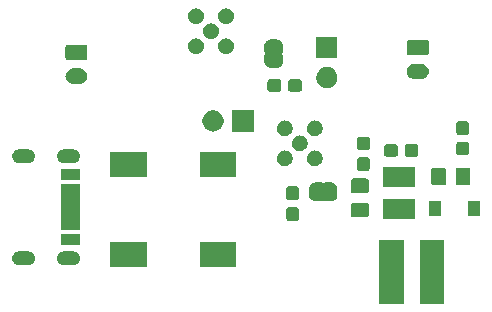
<source format=gts>
G04 #@! TF.GenerationSoftware,KiCad,Pcbnew,(5.1.5-0)*
G04 #@! TF.CreationDate,2022-02-08T08:58:47-07:00*
G04 #@! TF.ProjectId,TPS61165-heater-v2,54505336-3131-4363-952d-686561746572,rev?*
G04 #@! TF.SameCoordinates,Original*
G04 #@! TF.FileFunction,Soldermask,Top*
G04 #@! TF.FilePolarity,Negative*
%FSLAX46Y46*%
G04 Gerber Fmt 4.6, Leading zero omitted, Abs format (unit mm)*
G04 Created by KiCad (PCBNEW (5.1.5-0)) date 2022-02-08 08:58:47*
%MOMM*%
%LPD*%
G04 APERTURE LIST*
%ADD10C,0.100000*%
G04 APERTURE END LIST*
D10*
G36*
X154051000Y-89201000D02*
G01*
X151949000Y-89201000D01*
X151949000Y-83799000D01*
X154051000Y-83799000D01*
X154051000Y-89201000D01*
G37*
G36*
X150651000Y-89201000D02*
G01*
X148549000Y-89201000D01*
X148549000Y-83799000D01*
X150651000Y-83799000D01*
X150651000Y-89201000D01*
G37*
G36*
X128851000Y-86061000D02*
G01*
X125749000Y-86061000D01*
X125749000Y-83959000D01*
X128851000Y-83959000D01*
X128851000Y-86061000D01*
G37*
G36*
X136451000Y-86061000D02*
G01*
X133349000Y-86061000D01*
X133349000Y-83959000D01*
X136451000Y-83959000D01*
X136451000Y-86061000D01*
G37*
G36*
X118892818Y-84727696D02*
G01*
X119006105Y-84762062D01*
X119110512Y-84817869D01*
X119202027Y-84892973D01*
X119277131Y-84984488D01*
X119332938Y-85088895D01*
X119367304Y-85202182D01*
X119378907Y-85320000D01*
X119367304Y-85437818D01*
X119332938Y-85551105D01*
X119277131Y-85655512D01*
X119202027Y-85747027D01*
X119110512Y-85822131D01*
X119006105Y-85877938D01*
X118892818Y-85912304D01*
X118804519Y-85921000D01*
X118045481Y-85921000D01*
X117957182Y-85912304D01*
X117843895Y-85877938D01*
X117739488Y-85822131D01*
X117647973Y-85747027D01*
X117572869Y-85655512D01*
X117517062Y-85551105D01*
X117482696Y-85437818D01*
X117471093Y-85320000D01*
X117482696Y-85202182D01*
X117517062Y-85088895D01*
X117572869Y-84984488D01*
X117647973Y-84892973D01*
X117739488Y-84817869D01*
X117843895Y-84762062D01*
X117957182Y-84727696D01*
X118045481Y-84719000D01*
X118804519Y-84719000D01*
X118892818Y-84727696D01*
G37*
G36*
X122692818Y-84727696D02*
G01*
X122806105Y-84762062D01*
X122910512Y-84817869D01*
X123002027Y-84892973D01*
X123077131Y-84984488D01*
X123132938Y-85088895D01*
X123167304Y-85202182D01*
X123178907Y-85320000D01*
X123167304Y-85437818D01*
X123132938Y-85551105D01*
X123077131Y-85655512D01*
X123002027Y-85747027D01*
X122910512Y-85822131D01*
X122806105Y-85877938D01*
X122692818Y-85912304D01*
X122604519Y-85921000D01*
X121845481Y-85921000D01*
X121757182Y-85912304D01*
X121643895Y-85877938D01*
X121539488Y-85822131D01*
X121447973Y-85747027D01*
X121372869Y-85655512D01*
X121317062Y-85551105D01*
X121282696Y-85437818D01*
X121271093Y-85320000D01*
X121282696Y-85202182D01*
X121317062Y-85088895D01*
X121372869Y-84984488D01*
X121447973Y-84892973D01*
X121539488Y-84817869D01*
X121643895Y-84762062D01*
X121757182Y-84727696D01*
X121845481Y-84719000D01*
X122604519Y-84719000D01*
X122692818Y-84727696D01*
G37*
G36*
X123176000Y-84201000D02*
G01*
X121574000Y-84201000D01*
X121574000Y-83299000D01*
X123176000Y-83299000D01*
X123176000Y-84201000D01*
G37*
G36*
X123176000Y-82951000D02*
G01*
X121574000Y-82951000D01*
X121574000Y-79049000D01*
X123176000Y-79049000D01*
X123176000Y-82951000D01*
G37*
G36*
X141564499Y-81003445D02*
G01*
X141601995Y-81014820D01*
X141636554Y-81033292D01*
X141666847Y-81058153D01*
X141691708Y-81088446D01*
X141710180Y-81123005D01*
X141721555Y-81160501D01*
X141726000Y-81205638D01*
X141726000Y-81944362D01*
X141721555Y-81989499D01*
X141710180Y-82026995D01*
X141691708Y-82061554D01*
X141666847Y-82091847D01*
X141636554Y-82116708D01*
X141601995Y-82135180D01*
X141564499Y-82146555D01*
X141519362Y-82151000D01*
X140880638Y-82151000D01*
X140835501Y-82146555D01*
X140798005Y-82135180D01*
X140763446Y-82116708D01*
X140733153Y-82091847D01*
X140708292Y-82061554D01*
X140689820Y-82026995D01*
X140678445Y-81989499D01*
X140674000Y-81944362D01*
X140674000Y-81205638D01*
X140678445Y-81160501D01*
X140689820Y-81123005D01*
X140708292Y-81088446D01*
X140733153Y-81058153D01*
X140763446Y-81033292D01*
X140798005Y-81014820D01*
X140835501Y-81003445D01*
X140880638Y-80999000D01*
X141519362Y-80999000D01*
X141564499Y-81003445D01*
G37*
G36*
X151526000Y-81981000D02*
G01*
X148874000Y-81981000D01*
X148874000Y-80319000D01*
X151526000Y-80319000D01*
X151526000Y-81981000D01*
G37*
G36*
X147488674Y-80628465D02*
G01*
X147526367Y-80639899D01*
X147561103Y-80658466D01*
X147591548Y-80683452D01*
X147616534Y-80713897D01*
X147635101Y-80748633D01*
X147646535Y-80786326D01*
X147651000Y-80831661D01*
X147651000Y-81668339D01*
X147646535Y-81713674D01*
X147635101Y-81751367D01*
X147616534Y-81786103D01*
X147591548Y-81816548D01*
X147561103Y-81841534D01*
X147526367Y-81860101D01*
X147488674Y-81871535D01*
X147443339Y-81876000D01*
X146356661Y-81876000D01*
X146311326Y-81871535D01*
X146273633Y-81860101D01*
X146238897Y-81841534D01*
X146208452Y-81816548D01*
X146183466Y-81786103D01*
X146164899Y-81751367D01*
X146153465Y-81713674D01*
X146149000Y-81668339D01*
X146149000Y-80831661D01*
X146153465Y-80786326D01*
X146164899Y-80748633D01*
X146183466Y-80713897D01*
X146208452Y-80683452D01*
X146238897Y-80658466D01*
X146273633Y-80639899D01*
X146311326Y-80628465D01*
X146356661Y-80624000D01*
X147443339Y-80624000D01*
X147488674Y-80628465D01*
G37*
G36*
X153751000Y-81751000D02*
G01*
X152749000Y-81751000D01*
X152749000Y-80449000D01*
X153751000Y-80449000D01*
X153751000Y-81751000D01*
G37*
G36*
X157051000Y-81751000D02*
G01*
X156049000Y-81751000D01*
X156049000Y-80449000D01*
X157051000Y-80449000D01*
X157051000Y-81751000D01*
G37*
G36*
X143659999Y-78899737D02*
G01*
X143669608Y-78902652D01*
X143678472Y-78907390D01*
X143686237Y-78913763D01*
X143696448Y-78926206D01*
X143703378Y-78936575D01*
X143720705Y-78953902D01*
X143741080Y-78967515D01*
X143763720Y-78976891D01*
X143787753Y-78981671D01*
X143812257Y-78981670D01*
X143836290Y-78976888D01*
X143858929Y-78967510D01*
X143879302Y-78953895D01*
X143896629Y-78936568D01*
X143903558Y-78926198D01*
X143913763Y-78913763D01*
X143921528Y-78907390D01*
X143930392Y-78902652D01*
X143940001Y-78899737D01*
X143956140Y-78898148D01*
X144443861Y-78898148D01*
X144462199Y-78899954D01*
X144474450Y-78900556D01*
X144492869Y-78900556D01*
X144515149Y-78902750D01*
X144599233Y-78919476D01*
X144620660Y-78925976D01*
X144699858Y-78958780D01*
X144705303Y-78961691D01*
X144705309Y-78961693D01*
X144714169Y-78966429D01*
X144714173Y-78966432D01*
X144719614Y-78969340D01*
X144790899Y-79016971D01*
X144808204Y-79031172D01*
X144868828Y-79091796D01*
X144883029Y-79109101D01*
X144930660Y-79180386D01*
X144933568Y-79185827D01*
X144933571Y-79185831D01*
X144938307Y-79194691D01*
X144938309Y-79194697D01*
X144941220Y-79200142D01*
X144974024Y-79279340D01*
X144980524Y-79300767D01*
X144997250Y-79384851D01*
X144999444Y-79407131D01*
X144999444Y-79425550D01*
X145000046Y-79437801D01*
X145001852Y-79456139D01*
X145001852Y-79943862D01*
X145000046Y-79962199D01*
X144999444Y-79974450D01*
X144999444Y-79992869D01*
X144997250Y-80015149D01*
X144980524Y-80099233D01*
X144974024Y-80120660D01*
X144941220Y-80199858D01*
X144938309Y-80205303D01*
X144938307Y-80205309D01*
X144933571Y-80214169D01*
X144933568Y-80214173D01*
X144930660Y-80219614D01*
X144883029Y-80290899D01*
X144868828Y-80308204D01*
X144808204Y-80368828D01*
X144790899Y-80383029D01*
X144719614Y-80430660D01*
X144714173Y-80433568D01*
X144714169Y-80433571D01*
X144705309Y-80438307D01*
X144705303Y-80438309D01*
X144699858Y-80441220D01*
X144620660Y-80474024D01*
X144599233Y-80480524D01*
X144515149Y-80497250D01*
X144492869Y-80499444D01*
X144474450Y-80499444D01*
X144462199Y-80500046D01*
X144443862Y-80501852D01*
X143956140Y-80501852D01*
X143940001Y-80500263D01*
X143930392Y-80497348D01*
X143921528Y-80492610D01*
X143913763Y-80486237D01*
X143903552Y-80473794D01*
X143896622Y-80463425D01*
X143879295Y-80446098D01*
X143858920Y-80432485D01*
X143836280Y-80423109D01*
X143812247Y-80418329D01*
X143787743Y-80418330D01*
X143763710Y-80423112D01*
X143741071Y-80432490D01*
X143720698Y-80446105D01*
X143703371Y-80463432D01*
X143696442Y-80473802D01*
X143686237Y-80486237D01*
X143678472Y-80492610D01*
X143669608Y-80497348D01*
X143659999Y-80500263D01*
X143643860Y-80501852D01*
X143156138Y-80501852D01*
X143137801Y-80500046D01*
X143125550Y-80499444D01*
X143107131Y-80499444D01*
X143084851Y-80497250D01*
X143000767Y-80480524D01*
X142979340Y-80474024D01*
X142900142Y-80441220D01*
X142894697Y-80438309D01*
X142894691Y-80438307D01*
X142885831Y-80433571D01*
X142885827Y-80433568D01*
X142880386Y-80430660D01*
X142809101Y-80383029D01*
X142791796Y-80368828D01*
X142731172Y-80308204D01*
X142716971Y-80290899D01*
X142669340Y-80219614D01*
X142666432Y-80214173D01*
X142666429Y-80214169D01*
X142661693Y-80205309D01*
X142661691Y-80205303D01*
X142658780Y-80199858D01*
X142625976Y-80120660D01*
X142619476Y-80099233D01*
X142602750Y-80015149D01*
X142600556Y-79992869D01*
X142600556Y-79974450D01*
X142599954Y-79962199D01*
X142598148Y-79943862D01*
X142598148Y-79456139D01*
X142599954Y-79437801D01*
X142600556Y-79425550D01*
X142600556Y-79407131D01*
X142602750Y-79384851D01*
X142619476Y-79300767D01*
X142625976Y-79279340D01*
X142658780Y-79200142D01*
X142661691Y-79194697D01*
X142661693Y-79194691D01*
X142666429Y-79185831D01*
X142666432Y-79185827D01*
X142669340Y-79180386D01*
X142716971Y-79109101D01*
X142731172Y-79091796D01*
X142791796Y-79031172D01*
X142809101Y-79016971D01*
X142880386Y-78969340D01*
X142885827Y-78966432D01*
X142885831Y-78966429D01*
X142894691Y-78961693D01*
X142894697Y-78961691D01*
X142900142Y-78958780D01*
X142979340Y-78925976D01*
X143000767Y-78919476D01*
X143084851Y-78902750D01*
X143107131Y-78900556D01*
X143125550Y-78900556D01*
X143137801Y-78899954D01*
X143156139Y-78898148D01*
X143643860Y-78898148D01*
X143659999Y-78899737D01*
G37*
G36*
X141564499Y-79253445D02*
G01*
X141601995Y-79264820D01*
X141636554Y-79283292D01*
X141666847Y-79308153D01*
X141691708Y-79338446D01*
X141710180Y-79373005D01*
X141721555Y-79410501D01*
X141726000Y-79455638D01*
X141726000Y-80194362D01*
X141721555Y-80239499D01*
X141710180Y-80276995D01*
X141691708Y-80311554D01*
X141666847Y-80341847D01*
X141636554Y-80366708D01*
X141601995Y-80385180D01*
X141564499Y-80396555D01*
X141519362Y-80401000D01*
X140880638Y-80401000D01*
X140835501Y-80396555D01*
X140798005Y-80385180D01*
X140763446Y-80366708D01*
X140733153Y-80341847D01*
X140708292Y-80311554D01*
X140689820Y-80276995D01*
X140678445Y-80239499D01*
X140674000Y-80194362D01*
X140674000Y-79455638D01*
X140678445Y-79410501D01*
X140689820Y-79373005D01*
X140708292Y-79338446D01*
X140733153Y-79308153D01*
X140763446Y-79283292D01*
X140798005Y-79264820D01*
X140835501Y-79253445D01*
X140880638Y-79249000D01*
X141519362Y-79249000D01*
X141564499Y-79253445D01*
G37*
G36*
X147488674Y-78578465D02*
G01*
X147526367Y-78589899D01*
X147561103Y-78608466D01*
X147591548Y-78633452D01*
X147616534Y-78663897D01*
X147635101Y-78698633D01*
X147646535Y-78736326D01*
X147651000Y-78781661D01*
X147651000Y-79618339D01*
X147646535Y-79663674D01*
X147635101Y-79701367D01*
X147616534Y-79736103D01*
X147591548Y-79766548D01*
X147561103Y-79791534D01*
X147526367Y-79810101D01*
X147488674Y-79821535D01*
X147443339Y-79826000D01*
X146356661Y-79826000D01*
X146311326Y-79821535D01*
X146273633Y-79810101D01*
X146238897Y-79791534D01*
X146208452Y-79766548D01*
X146183466Y-79736103D01*
X146164899Y-79701367D01*
X146153465Y-79663674D01*
X146149000Y-79618339D01*
X146149000Y-78781661D01*
X146153465Y-78736326D01*
X146164899Y-78698633D01*
X146183466Y-78663897D01*
X146208452Y-78633452D01*
X146238897Y-78608466D01*
X146273633Y-78589899D01*
X146311326Y-78578465D01*
X146356661Y-78574000D01*
X147443339Y-78574000D01*
X147488674Y-78578465D01*
G37*
G36*
X151526000Y-79281000D02*
G01*
X148874000Y-79281000D01*
X148874000Y-77619000D01*
X151526000Y-77619000D01*
X151526000Y-79281000D01*
G37*
G36*
X154038674Y-77653465D02*
G01*
X154076367Y-77664899D01*
X154111103Y-77683466D01*
X154141548Y-77708452D01*
X154166534Y-77738897D01*
X154185101Y-77773633D01*
X154196535Y-77811326D01*
X154201000Y-77856661D01*
X154201000Y-78943339D01*
X154196535Y-78988674D01*
X154185101Y-79026367D01*
X154166534Y-79061103D01*
X154141548Y-79091548D01*
X154111103Y-79116534D01*
X154076367Y-79135101D01*
X154038674Y-79146535D01*
X153993339Y-79151000D01*
X153156661Y-79151000D01*
X153111326Y-79146535D01*
X153073633Y-79135101D01*
X153038897Y-79116534D01*
X153008452Y-79091548D01*
X152983466Y-79061103D01*
X152964899Y-79026367D01*
X152953465Y-78988674D01*
X152949000Y-78943339D01*
X152949000Y-77856661D01*
X152953465Y-77811326D01*
X152964899Y-77773633D01*
X152983466Y-77738897D01*
X153008452Y-77708452D01*
X153038897Y-77683466D01*
X153073633Y-77664899D01*
X153111326Y-77653465D01*
X153156661Y-77649000D01*
X153993339Y-77649000D01*
X154038674Y-77653465D01*
G37*
G36*
X156088674Y-77653465D02*
G01*
X156126367Y-77664899D01*
X156161103Y-77683466D01*
X156191548Y-77708452D01*
X156216534Y-77738897D01*
X156235101Y-77773633D01*
X156246535Y-77811326D01*
X156251000Y-77856661D01*
X156251000Y-78943339D01*
X156246535Y-78988674D01*
X156235101Y-79026367D01*
X156216534Y-79061103D01*
X156191548Y-79091548D01*
X156161103Y-79116534D01*
X156126367Y-79135101D01*
X156088674Y-79146535D01*
X156043339Y-79151000D01*
X155206661Y-79151000D01*
X155161326Y-79146535D01*
X155123633Y-79135101D01*
X155088897Y-79116534D01*
X155058452Y-79091548D01*
X155033466Y-79061103D01*
X155014899Y-79026367D01*
X155003465Y-78988674D01*
X154999000Y-78943339D01*
X154999000Y-77856661D01*
X155003465Y-77811326D01*
X155014899Y-77773633D01*
X155033466Y-77738897D01*
X155058452Y-77708452D01*
X155088897Y-77683466D01*
X155123633Y-77664899D01*
X155161326Y-77653465D01*
X155206661Y-77649000D01*
X156043339Y-77649000D01*
X156088674Y-77653465D01*
G37*
G36*
X123176000Y-78701000D02*
G01*
X121574000Y-78701000D01*
X121574000Y-77799000D01*
X123176000Y-77799000D01*
X123176000Y-78701000D01*
G37*
G36*
X136451000Y-78441000D02*
G01*
X133349000Y-78441000D01*
X133349000Y-76339000D01*
X136451000Y-76339000D01*
X136451000Y-78441000D01*
G37*
G36*
X128851000Y-78441000D02*
G01*
X125749000Y-78441000D01*
X125749000Y-76339000D01*
X128851000Y-76339000D01*
X128851000Y-78441000D01*
G37*
G36*
X147564499Y-76778445D02*
G01*
X147601995Y-76789820D01*
X147636554Y-76808292D01*
X147666847Y-76833153D01*
X147691708Y-76863446D01*
X147710180Y-76898005D01*
X147721555Y-76935501D01*
X147726000Y-76980638D01*
X147726000Y-77719362D01*
X147721555Y-77764499D01*
X147710180Y-77801995D01*
X147691708Y-77836554D01*
X147666847Y-77866847D01*
X147636554Y-77891708D01*
X147601995Y-77910180D01*
X147564499Y-77921555D01*
X147519362Y-77926000D01*
X146880638Y-77926000D01*
X146835501Y-77921555D01*
X146798005Y-77910180D01*
X146763446Y-77891708D01*
X146733153Y-77866847D01*
X146708292Y-77836554D01*
X146689820Y-77801995D01*
X146678445Y-77764499D01*
X146674000Y-77719362D01*
X146674000Y-76980638D01*
X146678445Y-76935501D01*
X146689820Y-76898005D01*
X146708292Y-76863446D01*
X146733153Y-76833153D01*
X146763446Y-76808292D01*
X146798005Y-76789820D01*
X146835501Y-76778445D01*
X146880638Y-76774000D01*
X147519362Y-76774000D01*
X147564499Y-76778445D01*
G37*
G36*
X143179300Y-76207595D02*
G01*
X143265724Y-76224786D01*
X143387838Y-76275367D01*
X143497738Y-76348800D01*
X143591200Y-76442262D01*
X143664633Y-76552162D01*
X143715214Y-76674276D01*
X143724497Y-76720947D01*
X143739788Y-76797816D01*
X143741000Y-76803912D01*
X143741000Y-76936088D01*
X143715214Y-77065724D01*
X143664633Y-77187838D01*
X143591200Y-77297738D01*
X143497738Y-77391200D01*
X143387838Y-77464633D01*
X143265724Y-77515214D01*
X143179300Y-77532405D01*
X143136089Y-77541000D01*
X143003911Y-77541000D01*
X142960700Y-77532405D01*
X142874276Y-77515214D01*
X142752162Y-77464633D01*
X142642262Y-77391200D01*
X142548800Y-77297738D01*
X142475367Y-77187838D01*
X142424786Y-77065724D01*
X142399000Y-76936088D01*
X142399000Y-76803912D01*
X142400213Y-76797816D01*
X142415503Y-76720947D01*
X142424786Y-76674276D01*
X142475367Y-76552162D01*
X142548800Y-76442262D01*
X142642262Y-76348800D01*
X142752162Y-76275367D01*
X142874276Y-76224786D01*
X142960700Y-76207595D01*
X143003911Y-76199000D01*
X143136089Y-76199000D01*
X143179300Y-76207595D01*
G37*
G36*
X140639300Y-76207595D02*
G01*
X140725724Y-76224786D01*
X140847838Y-76275367D01*
X140957738Y-76348800D01*
X141051200Y-76442262D01*
X141124633Y-76552162D01*
X141175214Y-76674276D01*
X141184497Y-76720947D01*
X141199788Y-76797816D01*
X141201000Y-76803912D01*
X141201000Y-76936088D01*
X141175214Y-77065724D01*
X141124633Y-77187838D01*
X141051200Y-77297738D01*
X140957738Y-77391200D01*
X140847838Y-77464633D01*
X140725724Y-77515214D01*
X140639300Y-77532405D01*
X140596089Y-77541000D01*
X140463911Y-77541000D01*
X140420700Y-77532405D01*
X140334276Y-77515214D01*
X140212162Y-77464633D01*
X140102262Y-77391200D01*
X140008800Y-77297738D01*
X139935367Y-77187838D01*
X139884786Y-77065724D01*
X139859000Y-76936088D01*
X139859000Y-76803912D01*
X139860213Y-76797816D01*
X139875503Y-76720947D01*
X139884786Y-76674276D01*
X139935367Y-76552162D01*
X140008800Y-76442262D01*
X140102262Y-76348800D01*
X140212162Y-76275367D01*
X140334276Y-76224786D01*
X140420700Y-76207595D01*
X140463911Y-76199000D01*
X140596089Y-76199000D01*
X140639300Y-76207595D01*
G37*
G36*
X122692818Y-76087696D02*
G01*
X122806105Y-76122062D01*
X122910512Y-76177869D01*
X123002027Y-76252973D01*
X123077131Y-76344488D01*
X123132938Y-76448895D01*
X123167304Y-76562182D01*
X123178907Y-76680000D01*
X123167304Y-76797818D01*
X123132938Y-76911105D01*
X123077131Y-77015512D01*
X123002027Y-77107027D01*
X122910512Y-77182131D01*
X122806105Y-77237938D01*
X122692818Y-77272304D01*
X122604519Y-77281000D01*
X121845481Y-77281000D01*
X121757182Y-77272304D01*
X121643895Y-77237938D01*
X121539488Y-77182131D01*
X121447973Y-77107027D01*
X121372869Y-77015512D01*
X121317062Y-76911105D01*
X121282696Y-76797818D01*
X121271093Y-76680000D01*
X121282696Y-76562182D01*
X121317062Y-76448895D01*
X121372869Y-76344488D01*
X121447973Y-76252973D01*
X121539488Y-76177869D01*
X121643895Y-76122062D01*
X121757182Y-76087696D01*
X121845481Y-76079000D01*
X122604519Y-76079000D01*
X122692818Y-76087696D01*
G37*
G36*
X118892818Y-76087696D02*
G01*
X119006105Y-76122062D01*
X119110512Y-76177869D01*
X119202027Y-76252973D01*
X119277131Y-76344488D01*
X119332938Y-76448895D01*
X119367304Y-76562182D01*
X119378907Y-76680000D01*
X119367304Y-76797818D01*
X119332938Y-76911105D01*
X119277131Y-77015512D01*
X119202027Y-77107027D01*
X119110512Y-77182131D01*
X119006105Y-77237938D01*
X118892818Y-77272304D01*
X118804519Y-77281000D01*
X118045481Y-77281000D01*
X117957182Y-77272304D01*
X117843895Y-77237938D01*
X117739488Y-77182131D01*
X117647973Y-77107027D01*
X117572869Y-77015512D01*
X117517062Y-76911105D01*
X117482696Y-76797818D01*
X117471093Y-76680000D01*
X117482696Y-76562182D01*
X117517062Y-76448895D01*
X117572869Y-76344488D01*
X117647973Y-76252973D01*
X117739488Y-76177869D01*
X117843895Y-76122062D01*
X117957182Y-76087696D01*
X118045481Y-76079000D01*
X118804519Y-76079000D01*
X118892818Y-76087696D01*
G37*
G36*
X149939499Y-75678445D02*
G01*
X149976995Y-75689820D01*
X150011554Y-75708292D01*
X150041847Y-75733153D01*
X150066708Y-75763446D01*
X150085180Y-75798005D01*
X150096555Y-75835501D01*
X150101000Y-75880638D01*
X150101000Y-76519362D01*
X150096555Y-76564499D01*
X150085180Y-76601995D01*
X150066708Y-76636554D01*
X150041847Y-76666847D01*
X150011554Y-76691708D01*
X149976995Y-76710180D01*
X149939499Y-76721555D01*
X149894362Y-76726000D01*
X149155638Y-76726000D01*
X149110501Y-76721555D01*
X149073005Y-76710180D01*
X149038446Y-76691708D01*
X149008153Y-76666847D01*
X148983292Y-76636554D01*
X148964820Y-76601995D01*
X148953445Y-76564499D01*
X148949000Y-76519362D01*
X148949000Y-75880638D01*
X148953445Y-75835501D01*
X148964820Y-75798005D01*
X148983292Y-75763446D01*
X149008153Y-75733153D01*
X149038446Y-75708292D01*
X149073005Y-75689820D01*
X149110501Y-75678445D01*
X149155638Y-75674000D01*
X149894362Y-75674000D01*
X149939499Y-75678445D01*
G37*
G36*
X151689499Y-75678445D02*
G01*
X151726995Y-75689820D01*
X151761554Y-75708292D01*
X151791847Y-75733153D01*
X151816708Y-75763446D01*
X151835180Y-75798005D01*
X151846555Y-75835501D01*
X151851000Y-75880638D01*
X151851000Y-76519362D01*
X151846555Y-76564499D01*
X151835180Y-76601995D01*
X151816708Y-76636554D01*
X151791847Y-76666847D01*
X151761554Y-76691708D01*
X151726995Y-76710180D01*
X151689499Y-76721555D01*
X151644362Y-76726000D01*
X150905638Y-76726000D01*
X150860501Y-76721555D01*
X150823005Y-76710180D01*
X150788446Y-76691708D01*
X150758153Y-76666847D01*
X150733292Y-76636554D01*
X150714820Y-76601995D01*
X150703445Y-76564499D01*
X150699000Y-76519362D01*
X150699000Y-75880638D01*
X150703445Y-75835501D01*
X150714820Y-75798005D01*
X150733292Y-75763446D01*
X150758153Y-75733153D01*
X150788446Y-75708292D01*
X150823005Y-75689820D01*
X150860501Y-75678445D01*
X150905638Y-75674000D01*
X151644362Y-75674000D01*
X151689499Y-75678445D01*
G37*
G36*
X155964499Y-75478445D02*
G01*
X156001995Y-75489820D01*
X156036554Y-75508292D01*
X156066847Y-75533153D01*
X156091708Y-75563446D01*
X156110180Y-75598005D01*
X156121555Y-75635501D01*
X156126000Y-75680638D01*
X156126000Y-76419362D01*
X156121555Y-76464499D01*
X156110180Y-76501995D01*
X156091708Y-76536554D01*
X156066847Y-76566847D01*
X156036554Y-76591708D01*
X156001995Y-76610180D01*
X155964499Y-76621555D01*
X155919362Y-76626000D01*
X155280638Y-76626000D01*
X155235501Y-76621555D01*
X155198005Y-76610180D01*
X155163446Y-76591708D01*
X155133153Y-76566847D01*
X155108292Y-76536554D01*
X155089820Y-76501995D01*
X155078445Y-76464499D01*
X155074000Y-76419362D01*
X155074000Y-75680638D01*
X155078445Y-75635501D01*
X155089820Y-75598005D01*
X155108292Y-75563446D01*
X155133153Y-75533153D01*
X155163446Y-75508292D01*
X155198005Y-75489820D01*
X155235501Y-75478445D01*
X155280638Y-75474000D01*
X155919362Y-75474000D01*
X155964499Y-75478445D01*
G37*
G36*
X141909300Y-74937595D02*
G01*
X141995724Y-74954786D01*
X142117838Y-75005367D01*
X142227738Y-75078800D01*
X142321200Y-75172262D01*
X142394633Y-75282162D01*
X142445214Y-75404276D01*
X142445214Y-75404278D01*
X142471000Y-75533911D01*
X142471000Y-75666089D01*
X142465444Y-75694020D01*
X142445214Y-75795724D01*
X142394633Y-75917838D01*
X142321200Y-76027738D01*
X142227738Y-76121200D01*
X142117838Y-76194633D01*
X141995724Y-76245214D01*
X141909300Y-76262405D01*
X141866089Y-76271000D01*
X141733911Y-76271000D01*
X141690700Y-76262405D01*
X141604276Y-76245214D01*
X141482162Y-76194633D01*
X141372262Y-76121200D01*
X141278800Y-76027738D01*
X141205367Y-75917838D01*
X141154786Y-75795724D01*
X141134556Y-75694020D01*
X141129000Y-75666089D01*
X141129000Y-75533911D01*
X141154786Y-75404278D01*
X141154786Y-75404276D01*
X141205367Y-75282162D01*
X141278800Y-75172262D01*
X141372262Y-75078800D01*
X141482162Y-75005367D01*
X141604276Y-74954786D01*
X141690700Y-74937595D01*
X141733911Y-74929000D01*
X141866089Y-74929000D01*
X141909300Y-74937595D01*
G37*
G36*
X147564499Y-75028445D02*
G01*
X147601995Y-75039820D01*
X147636554Y-75058292D01*
X147666847Y-75083153D01*
X147691708Y-75113446D01*
X147710180Y-75148005D01*
X147721555Y-75185501D01*
X147726000Y-75230638D01*
X147726000Y-75969362D01*
X147721555Y-76014499D01*
X147710180Y-76051995D01*
X147691708Y-76086554D01*
X147666847Y-76116847D01*
X147636554Y-76141708D01*
X147601995Y-76160180D01*
X147564499Y-76171555D01*
X147519362Y-76176000D01*
X146880638Y-76176000D01*
X146835501Y-76171555D01*
X146798005Y-76160180D01*
X146763446Y-76141708D01*
X146733153Y-76116847D01*
X146708292Y-76086554D01*
X146689820Y-76051995D01*
X146678445Y-76014499D01*
X146674000Y-75969362D01*
X146674000Y-75230638D01*
X146678445Y-75185501D01*
X146689820Y-75148005D01*
X146708292Y-75113446D01*
X146733153Y-75083153D01*
X146763446Y-75058292D01*
X146798005Y-75039820D01*
X146835501Y-75028445D01*
X146880638Y-75024000D01*
X147519362Y-75024000D01*
X147564499Y-75028445D01*
G37*
G36*
X140639300Y-73667595D02*
G01*
X140725724Y-73684786D01*
X140847838Y-73735367D01*
X140957738Y-73808800D01*
X141051200Y-73902262D01*
X141124633Y-74012162D01*
X141175214Y-74134276D01*
X141201000Y-74263912D01*
X141201000Y-74396088D01*
X141175214Y-74525724D01*
X141124633Y-74647838D01*
X141051200Y-74757738D01*
X140957738Y-74851200D01*
X140847838Y-74924633D01*
X140725724Y-74975214D01*
X140639300Y-74992405D01*
X140596089Y-75001000D01*
X140463911Y-75001000D01*
X140420700Y-74992405D01*
X140334276Y-74975214D01*
X140212162Y-74924633D01*
X140102262Y-74851200D01*
X140008800Y-74757738D01*
X139935367Y-74647838D01*
X139884786Y-74525724D01*
X139859000Y-74396088D01*
X139859000Y-74263912D01*
X139884786Y-74134276D01*
X139935367Y-74012162D01*
X140008800Y-73902262D01*
X140102262Y-73808800D01*
X140212162Y-73735367D01*
X140334276Y-73684786D01*
X140420700Y-73667595D01*
X140463911Y-73659000D01*
X140596089Y-73659000D01*
X140639300Y-73667595D01*
G37*
G36*
X143179300Y-73667595D02*
G01*
X143265724Y-73684786D01*
X143387838Y-73735367D01*
X143497738Y-73808800D01*
X143591200Y-73902262D01*
X143664633Y-74012162D01*
X143715214Y-74134276D01*
X143741000Y-74263912D01*
X143741000Y-74396088D01*
X143715214Y-74525724D01*
X143664633Y-74647838D01*
X143591200Y-74757738D01*
X143497738Y-74851200D01*
X143387838Y-74924633D01*
X143265724Y-74975214D01*
X143179300Y-74992405D01*
X143136089Y-75001000D01*
X143003911Y-75001000D01*
X142960700Y-74992405D01*
X142874276Y-74975214D01*
X142752162Y-74924633D01*
X142642262Y-74851200D01*
X142548800Y-74757738D01*
X142475367Y-74647838D01*
X142424786Y-74525724D01*
X142399000Y-74396088D01*
X142399000Y-74263912D01*
X142424786Y-74134276D01*
X142475367Y-74012162D01*
X142548800Y-73902262D01*
X142642262Y-73808800D01*
X142752162Y-73735367D01*
X142874276Y-73684786D01*
X142960700Y-73667595D01*
X143003911Y-73659000D01*
X143136089Y-73659000D01*
X143179300Y-73667595D01*
G37*
G36*
X155964499Y-73728445D02*
G01*
X156001995Y-73739820D01*
X156036554Y-73758292D01*
X156066847Y-73783153D01*
X156091708Y-73813446D01*
X156110180Y-73848005D01*
X156121555Y-73885501D01*
X156126000Y-73930638D01*
X156126000Y-74669362D01*
X156121555Y-74714499D01*
X156110180Y-74751995D01*
X156091708Y-74786554D01*
X156066847Y-74816847D01*
X156036554Y-74841708D01*
X156001995Y-74860180D01*
X155964499Y-74871555D01*
X155919362Y-74876000D01*
X155280638Y-74876000D01*
X155235501Y-74871555D01*
X155198005Y-74860180D01*
X155163446Y-74841708D01*
X155133153Y-74816847D01*
X155108292Y-74786554D01*
X155089820Y-74751995D01*
X155078445Y-74714499D01*
X155074000Y-74669362D01*
X155074000Y-73930638D01*
X155078445Y-73885501D01*
X155089820Y-73848005D01*
X155108292Y-73813446D01*
X155133153Y-73783153D01*
X155163446Y-73758292D01*
X155198005Y-73739820D01*
X155235501Y-73728445D01*
X155280638Y-73724000D01*
X155919362Y-73724000D01*
X155964499Y-73728445D01*
G37*
G36*
X134573512Y-72803927D02*
G01*
X134722812Y-72833624D01*
X134886784Y-72901544D01*
X135034354Y-73000147D01*
X135159853Y-73125646D01*
X135258456Y-73273216D01*
X135326376Y-73437188D01*
X135356073Y-73586488D01*
X135361000Y-73611258D01*
X135361000Y-73788742D01*
X135357011Y-73808797D01*
X135326376Y-73962812D01*
X135258456Y-74126784D01*
X135159853Y-74274354D01*
X135034354Y-74399853D01*
X134886784Y-74498456D01*
X134722812Y-74566376D01*
X134573512Y-74596073D01*
X134548742Y-74601000D01*
X134371258Y-74601000D01*
X134346488Y-74596073D01*
X134197188Y-74566376D01*
X134033216Y-74498456D01*
X133885646Y-74399853D01*
X133760147Y-74274354D01*
X133661544Y-74126784D01*
X133593624Y-73962812D01*
X133562989Y-73808797D01*
X133559000Y-73788742D01*
X133559000Y-73611258D01*
X133563927Y-73586488D01*
X133593624Y-73437188D01*
X133661544Y-73273216D01*
X133760147Y-73125646D01*
X133885646Y-73000147D01*
X134033216Y-72901544D01*
X134197188Y-72833624D01*
X134346488Y-72803927D01*
X134371258Y-72799000D01*
X134548742Y-72799000D01*
X134573512Y-72803927D01*
G37*
G36*
X137901000Y-74601000D02*
G01*
X136099000Y-74601000D01*
X136099000Y-72799000D01*
X137901000Y-72799000D01*
X137901000Y-74601000D01*
G37*
G36*
X141814499Y-70178445D02*
G01*
X141851995Y-70189820D01*
X141886554Y-70208292D01*
X141916847Y-70233153D01*
X141941708Y-70263446D01*
X141960180Y-70298005D01*
X141971555Y-70335501D01*
X141976000Y-70380638D01*
X141976000Y-71019362D01*
X141971555Y-71064499D01*
X141960180Y-71101995D01*
X141941708Y-71136554D01*
X141916847Y-71166847D01*
X141886554Y-71191708D01*
X141851995Y-71210180D01*
X141814499Y-71221555D01*
X141769362Y-71226000D01*
X141030638Y-71226000D01*
X140985501Y-71221555D01*
X140948005Y-71210180D01*
X140913446Y-71191708D01*
X140883153Y-71166847D01*
X140858292Y-71136554D01*
X140839820Y-71101995D01*
X140828445Y-71064499D01*
X140824000Y-71019362D01*
X140824000Y-70380638D01*
X140828445Y-70335501D01*
X140839820Y-70298005D01*
X140858292Y-70263446D01*
X140883153Y-70233153D01*
X140913446Y-70208292D01*
X140948005Y-70189820D01*
X140985501Y-70178445D01*
X141030638Y-70174000D01*
X141769362Y-70174000D01*
X141814499Y-70178445D01*
G37*
G36*
X140064499Y-70178445D02*
G01*
X140101995Y-70189820D01*
X140136554Y-70208292D01*
X140166847Y-70233153D01*
X140191708Y-70263446D01*
X140210180Y-70298005D01*
X140221555Y-70335501D01*
X140226000Y-70380638D01*
X140226000Y-71019362D01*
X140221555Y-71064499D01*
X140210180Y-71101995D01*
X140191708Y-71136554D01*
X140166847Y-71166847D01*
X140136554Y-71191708D01*
X140101995Y-71210180D01*
X140064499Y-71221555D01*
X140019362Y-71226000D01*
X139280638Y-71226000D01*
X139235501Y-71221555D01*
X139198005Y-71210180D01*
X139163446Y-71191708D01*
X139133153Y-71166847D01*
X139108292Y-71136554D01*
X139089820Y-71101995D01*
X139078445Y-71064499D01*
X139074000Y-71019362D01*
X139074000Y-70380638D01*
X139078445Y-70335501D01*
X139089820Y-70298005D01*
X139108292Y-70263446D01*
X139133153Y-70233153D01*
X139163446Y-70208292D01*
X139198005Y-70189820D01*
X139235501Y-70178445D01*
X139280638Y-70174000D01*
X140019362Y-70174000D01*
X140064499Y-70178445D01*
G37*
G36*
X144213512Y-69143927D02*
G01*
X144362812Y-69173624D01*
X144526784Y-69241544D01*
X144674354Y-69340147D01*
X144799853Y-69465646D01*
X144898456Y-69613216D01*
X144966376Y-69777188D01*
X145001000Y-69951259D01*
X145001000Y-70128741D01*
X144966376Y-70302812D01*
X144898456Y-70466784D01*
X144799853Y-70614354D01*
X144674354Y-70739853D01*
X144526784Y-70838456D01*
X144362812Y-70906376D01*
X144213512Y-70936073D01*
X144188742Y-70941000D01*
X144011258Y-70941000D01*
X143986488Y-70936073D01*
X143837188Y-70906376D01*
X143673216Y-70838456D01*
X143525646Y-70739853D01*
X143400147Y-70614354D01*
X143301544Y-70466784D01*
X143233624Y-70302812D01*
X143199000Y-70128741D01*
X143199000Y-69951259D01*
X143233624Y-69777188D01*
X143301544Y-69613216D01*
X143400147Y-69465646D01*
X143525646Y-69340147D01*
X143673216Y-69241544D01*
X143837188Y-69173624D01*
X143986488Y-69143927D01*
X144011258Y-69139000D01*
X144188742Y-69139000D01*
X144213512Y-69143927D01*
G37*
G36*
X123238855Y-69252140D02*
G01*
X123302618Y-69258420D01*
X123393404Y-69285960D01*
X123425336Y-69295646D01*
X123538425Y-69356094D01*
X123637554Y-69437446D01*
X123718906Y-69536575D01*
X123779354Y-69649664D01*
X123779355Y-69649668D01*
X123816580Y-69772382D01*
X123829149Y-69900000D01*
X123816580Y-70027618D01*
X123811639Y-70043905D01*
X123779354Y-70150336D01*
X123718906Y-70263425D01*
X123637554Y-70362554D01*
X123538425Y-70443906D01*
X123425336Y-70504354D01*
X123393404Y-70514040D01*
X123302618Y-70541580D01*
X123238855Y-70547860D01*
X123206974Y-70551000D01*
X122593026Y-70551000D01*
X122561145Y-70547860D01*
X122497382Y-70541580D01*
X122406596Y-70514040D01*
X122374664Y-70504354D01*
X122261575Y-70443906D01*
X122162446Y-70362554D01*
X122081094Y-70263425D01*
X122020646Y-70150336D01*
X121988361Y-70043905D01*
X121983420Y-70027618D01*
X121970851Y-69900000D01*
X121983420Y-69772382D01*
X122020645Y-69649668D01*
X122020646Y-69649664D01*
X122081094Y-69536575D01*
X122162446Y-69437446D01*
X122261575Y-69356094D01*
X122374664Y-69295646D01*
X122406596Y-69285960D01*
X122497382Y-69258420D01*
X122561145Y-69252140D01*
X122593026Y-69249000D01*
X123206974Y-69249000D01*
X123238855Y-69252140D01*
G37*
G36*
X152138855Y-68852140D02*
G01*
X152202618Y-68858420D01*
X152293404Y-68885960D01*
X152325336Y-68895646D01*
X152438425Y-68956094D01*
X152537554Y-69037446D01*
X152618906Y-69136575D01*
X152679354Y-69249664D01*
X152679355Y-69249668D01*
X152716580Y-69372382D01*
X152729149Y-69500000D01*
X152716580Y-69627618D01*
X152709892Y-69649664D01*
X152679354Y-69750336D01*
X152618906Y-69863425D01*
X152537554Y-69962554D01*
X152438425Y-70043906D01*
X152325336Y-70104354D01*
X152293404Y-70114040D01*
X152202618Y-70141580D01*
X152138855Y-70147860D01*
X152106974Y-70151000D01*
X151493026Y-70151000D01*
X151461145Y-70147860D01*
X151397382Y-70141580D01*
X151306596Y-70114040D01*
X151274664Y-70104354D01*
X151161575Y-70043906D01*
X151062446Y-69962554D01*
X150981094Y-69863425D01*
X150920646Y-69750336D01*
X150890108Y-69649664D01*
X150883420Y-69627618D01*
X150870851Y-69500000D01*
X150883420Y-69372382D01*
X150920645Y-69249668D01*
X150920646Y-69249664D01*
X150981094Y-69136575D01*
X151062446Y-69037446D01*
X151161575Y-68956094D01*
X151274664Y-68895646D01*
X151306596Y-68885960D01*
X151397382Y-68858420D01*
X151461145Y-68852140D01*
X151493026Y-68849000D01*
X152106974Y-68849000D01*
X152138855Y-68852140D01*
G37*
G36*
X139862199Y-66799954D02*
G01*
X139874450Y-66800556D01*
X139892869Y-66800556D01*
X139915149Y-66802750D01*
X139999233Y-66819476D01*
X140020660Y-66825976D01*
X140099858Y-66858780D01*
X140105303Y-66861691D01*
X140105309Y-66861693D01*
X140114169Y-66866429D01*
X140114173Y-66866432D01*
X140119614Y-66869340D01*
X140190899Y-66916971D01*
X140208204Y-66931172D01*
X140268828Y-66991796D01*
X140283029Y-67009101D01*
X140330660Y-67080386D01*
X140333568Y-67085827D01*
X140333571Y-67085831D01*
X140338307Y-67094691D01*
X140338309Y-67094697D01*
X140341220Y-67100142D01*
X140374024Y-67179340D01*
X140380524Y-67200767D01*
X140397250Y-67284851D01*
X140399444Y-67307131D01*
X140399444Y-67325550D01*
X140400046Y-67337801D01*
X140401852Y-67356139D01*
X140401852Y-67843860D01*
X140400263Y-67859999D01*
X140397348Y-67869608D01*
X140392610Y-67878472D01*
X140391560Y-67879751D01*
X140386237Y-67886237D01*
X140380186Y-67891203D01*
X140373794Y-67896448D01*
X140363425Y-67903378D01*
X140346098Y-67920705D01*
X140332485Y-67941080D01*
X140323109Y-67963720D01*
X140318329Y-67987753D01*
X140318330Y-68012257D01*
X140323112Y-68036290D01*
X140332490Y-68058929D01*
X140346105Y-68079302D01*
X140363432Y-68096629D01*
X140373802Y-68103558D01*
X140386237Y-68113763D01*
X140392610Y-68121528D01*
X140397348Y-68130392D01*
X140400263Y-68140001D01*
X140401852Y-68156140D01*
X140401852Y-68643862D01*
X140400046Y-68662199D01*
X140399444Y-68674450D01*
X140399444Y-68692869D01*
X140397250Y-68715149D01*
X140380524Y-68799233D01*
X140374024Y-68820660D01*
X140341220Y-68899858D01*
X140338309Y-68905303D01*
X140338307Y-68905309D01*
X140333571Y-68914169D01*
X140333568Y-68914173D01*
X140330660Y-68919614D01*
X140283029Y-68990899D01*
X140268828Y-69008204D01*
X140208204Y-69068828D01*
X140190899Y-69083029D01*
X140119614Y-69130660D01*
X140114173Y-69133568D01*
X140114169Y-69133571D01*
X140105309Y-69138307D01*
X140105303Y-69138309D01*
X140099858Y-69141220D01*
X140020660Y-69174024D01*
X139999233Y-69180524D01*
X139915149Y-69197250D01*
X139892869Y-69199444D01*
X139874450Y-69199444D01*
X139862199Y-69200046D01*
X139843862Y-69201852D01*
X139356138Y-69201852D01*
X139337801Y-69200046D01*
X139325550Y-69199444D01*
X139307131Y-69199444D01*
X139284851Y-69197250D01*
X139200767Y-69180524D01*
X139179340Y-69174024D01*
X139100142Y-69141220D01*
X139094697Y-69138309D01*
X139094691Y-69138307D01*
X139085831Y-69133571D01*
X139085827Y-69133568D01*
X139080386Y-69130660D01*
X139009101Y-69083029D01*
X138991796Y-69068828D01*
X138931172Y-69008204D01*
X138916971Y-68990899D01*
X138869340Y-68919614D01*
X138866432Y-68914173D01*
X138866429Y-68914169D01*
X138861693Y-68905309D01*
X138861691Y-68905303D01*
X138858780Y-68899858D01*
X138825976Y-68820660D01*
X138819476Y-68799233D01*
X138802750Y-68715149D01*
X138800556Y-68692869D01*
X138800556Y-68674450D01*
X138799954Y-68662199D01*
X138798148Y-68643862D01*
X138798148Y-68156140D01*
X138799737Y-68140001D01*
X138802652Y-68130392D01*
X138807390Y-68121528D01*
X138813763Y-68113763D01*
X138826206Y-68103552D01*
X138836575Y-68096622D01*
X138853902Y-68079295D01*
X138867515Y-68058920D01*
X138876891Y-68036280D01*
X138881671Y-68012247D01*
X138881670Y-67987743D01*
X138876888Y-67963710D01*
X138867510Y-67941071D01*
X138853895Y-67920698D01*
X138836568Y-67903371D01*
X138826198Y-67896442D01*
X138813763Y-67886237D01*
X138807390Y-67878472D01*
X138802652Y-67869608D01*
X138799737Y-67859999D01*
X138798148Y-67843860D01*
X138798148Y-67356139D01*
X138799954Y-67337801D01*
X138800556Y-67325550D01*
X138800556Y-67307131D01*
X138802750Y-67284851D01*
X138819476Y-67200767D01*
X138825976Y-67179340D01*
X138858780Y-67100142D01*
X138861691Y-67094697D01*
X138861693Y-67094691D01*
X138866429Y-67085831D01*
X138866432Y-67085827D01*
X138869340Y-67080386D01*
X138916971Y-67009101D01*
X138931172Y-66991796D01*
X138991796Y-66931172D01*
X139009101Y-66916971D01*
X139080386Y-66869340D01*
X139085827Y-66866432D01*
X139085831Y-66866429D01*
X139094691Y-66861693D01*
X139094697Y-66861691D01*
X139100142Y-66858780D01*
X139179340Y-66825976D01*
X139200767Y-66819476D01*
X139284851Y-66802750D01*
X139307131Y-66800556D01*
X139325550Y-66800556D01*
X139337801Y-66799954D01*
X139356139Y-66798148D01*
X139843861Y-66798148D01*
X139862199Y-66799954D01*
G37*
G36*
X123666242Y-67253404D02*
G01*
X123703337Y-67264657D01*
X123737515Y-67282925D01*
X123767481Y-67307519D01*
X123792075Y-67337485D01*
X123810343Y-67371663D01*
X123821596Y-67408758D01*
X123826000Y-67453474D01*
X123826000Y-68346526D01*
X123821596Y-68391242D01*
X123810343Y-68428337D01*
X123792075Y-68462515D01*
X123767481Y-68492481D01*
X123737515Y-68517075D01*
X123703337Y-68535343D01*
X123666242Y-68546596D01*
X123621526Y-68551000D01*
X122178474Y-68551000D01*
X122133758Y-68546596D01*
X122096663Y-68535343D01*
X122062485Y-68517075D01*
X122032519Y-68492481D01*
X122007925Y-68462515D01*
X121989657Y-68428337D01*
X121978404Y-68391242D01*
X121974000Y-68346526D01*
X121974000Y-67453474D01*
X121978404Y-67408758D01*
X121989657Y-67371663D01*
X122007925Y-67337485D01*
X122032519Y-67307519D01*
X122062485Y-67282925D01*
X122096663Y-67264657D01*
X122133758Y-67253404D01*
X122178474Y-67249000D01*
X123621526Y-67249000D01*
X123666242Y-67253404D01*
G37*
G36*
X145001000Y-68401000D02*
G01*
X143199000Y-68401000D01*
X143199000Y-66599000D01*
X145001000Y-66599000D01*
X145001000Y-68401000D01*
G37*
G36*
X152566242Y-66853404D02*
G01*
X152603337Y-66864657D01*
X152637515Y-66882925D01*
X152667481Y-66907519D01*
X152692075Y-66937485D01*
X152710343Y-66971663D01*
X152721596Y-67008758D01*
X152726000Y-67053474D01*
X152726000Y-67946526D01*
X152721596Y-67991242D01*
X152710343Y-68028337D01*
X152692075Y-68062515D01*
X152667481Y-68092481D01*
X152637515Y-68117075D01*
X152603337Y-68135343D01*
X152566242Y-68146596D01*
X152521526Y-68151000D01*
X151078474Y-68151000D01*
X151033758Y-68146596D01*
X150996663Y-68135343D01*
X150962485Y-68117075D01*
X150932519Y-68092481D01*
X150907925Y-68062515D01*
X150889657Y-68028337D01*
X150878404Y-67991242D01*
X150874000Y-67946526D01*
X150874000Y-67053474D01*
X150878404Y-67008758D01*
X150889657Y-66971663D01*
X150907925Y-66937485D01*
X150932519Y-66907519D01*
X150962485Y-66882925D01*
X150996663Y-66864657D01*
X151033758Y-66853404D01*
X151078474Y-66849000D01*
X152521526Y-66849000D01*
X152566242Y-66853404D01*
G37*
G36*
X135679300Y-66707595D02*
G01*
X135765724Y-66724786D01*
X135887838Y-66775367D01*
X135997738Y-66848800D01*
X136091200Y-66942262D01*
X136164633Y-67052162D01*
X136215214Y-67174276D01*
X136215214Y-67174278D01*
X136239171Y-67294714D01*
X136241000Y-67303912D01*
X136241000Y-67436088D01*
X136215214Y-67565724D01*
X136164633Y-67687838D01*
X136091200Y-67797738D01*
X135997738Y-67891200D01*
X135887838Y-67964633D01*
X135765724Y-68015214D01*
X135689132Y-68030449D01*
X135636089Y-68041000D01*
X135503911Y-68041000D01*
X135450868Y-68030449D01*
X135374276Y-68015214D01*
X135252162Y-67964633D01*
X135142262Y-67891200D01*
X135048800Y-67797738D01*
X134975367Y-67687838D01*
X134924786Y-67565724D01*
X134899000Y-67436088D01*
X134899000Y-67303912D01*
X134900830Y-67294714D01*
X134924786Y-67174278D01*
X134924786Y-67174276D01*
X134975367Y-67052162D01*
X135048800Y-66942262D01*
X135142262Y-66848800D01*
X135252162Y-66775367D01*
X135374276Y-66724786D01*
X135460700Y-66707595D01*
X135503911Y-66699000D01*
X135636089Y-66699000D01*
X135679300Y-66707595D01*
G37*
G36*
X133139300Y-66707595D02*
G01*
X133225724Y-66724786D01*
X133347838Y-66775367D01*
X133457738Y-66848800D01*
X133551200Y-66942262D01*
X133624633Y-67052162D01*
X133675214Y-67174276D01*
X133675214Y-67174278D01*
X133699171Y-67294714D01*
X133701000Y-67303912D01*
X133701000Y-67436088D01*
X133675214Y-67565724D01*
X133624633Y-67687838D01*
X133551200Y-67797738D01*
X133457738Y-67891200D01*
X133347838Y-67964633D01*
X133225724Y-68015214D01*
X133149132Y-68030449D01*
X133096089Y-68041000D01*
X132963911Y-68041000D01*
X132910868Y-68030449D01*
X132834276Y-68015214D01*
X132712162Y-67964633D01*
X132602262Y-67891200D01*
X132508800Y-67797738D01*
X132435367Y-67687838D01*
X132384786Y-67565724D01*
X132359000Y-67436088D01*
X132359000Y-67303912D01*
X132360830Y-67294714D01*
X132384786Y-67174278D01*
X132384786Y-67174276D01*
X132435367Y-67052162D01*
X132508800Y-66942262D01*
X132602262Y-66848800D01*
X132712162Y-66775367D01*
X132834276Y-66724786D01*
X132920700Y-66707595D01*
X132963911Y-66699000D01*
X133096089Y-66699000D01*
X133139300Y-66707595D01*
G37*
G36*
X134409300Y-65437595D02*
G01*
X134495724Y-65454786D01*
X134617838Y-65505367D01*
X134727738Y-65578800D01*
X134821200Y-65672262D01*
X134894633Y-65782162D01*
X134945214Y-65904276D01*
X134971000Y-66033912D01*
X134971000Y-66166088D01*
X134945214Y-66295724D01*
X134894633Y-66417838D01*
X134821200Y-66527738D01*
X134727738Y-66621200D01*
X134617838Y-66694633D01*
X134495724Y-66745214D01*
X134409300Y-66762405D01*
X134366089Y-66771000D01*
X134233911Y-66771000D01*
X134190700Y-66762405D01*
X134104276Y-66745214D01*
X133982162Y-66694633D01*
X133872262Y-66621200D01*
X133778800Y-66527738D01*
X133705367Y-66417838D01*
X133654786Y-66295724D01*
X133629000Y-66166088D01*
X133629000Y-66033912D01*
X133654786Y-65904276D01*
X133705367Y-65782162D01*
X133778800Y-65672262D01*
X133872262Y-65578800D01*
X133982162Y-65505367D01*
X134104276Y-65454786D01*
X134190700Y-65437595D01*
X134233911Y-65429000D01*
X134366089Y-65429000D01*
X134409300Y-65437595D01*
G37*
G36*
X133139300Y-64167595D02*
G01*
X133225724Y-64184786D01*
X133347838Y-64235367D01*
X133457738Y-64308800D01*
X133551200Y-64402262D01*
X133624633Y-64512162D01*
X133675214Y-64634276D01*
X133701000Y-64763912D01*
X133701000Y-64896088D01*
X133675214Y-65025724D01*
X133624633Y-65147838D01*
X133551200Y-65257738D01*
X133457738Y-65351200D01*
X133347838Y-65424633D01*
X133225724Y-65475214D01*
X133139300Y-65492405D01*
X133096089Y-65501000D01*
X132963911Y-65501000D01*
X132920700Y-65492405D01*
X132834276Y-65475214D01*
X132712162Y-65424633D01*
X132602262Y-65351200D01*
X132508800Y-65257738D01*
X132435367Y-65147838D01*
X132384786Y-65025724D01*
X132359000Y-64896088D01*
X132359000Y-64763912D01*
X132384786Y-64634276D01*
X132435367Y-64512162D01*
X132508800Y-64402262D01*
X132602262Y-64308800D01*
X132712162Y-64235367D01*
X132834276Y-64184786D01*
X132920700Y-64167595D01*
X132963911Y-64159000D01*
X133096089Y-64159000D01*
X133139300Y-64167595D01*
G37*
G36*
X135679300Y-64167595D02*
G01*
X135765724Y-64184786D01*
X135887838Y-64235367D01*
X135997738Y-64308800D01*
X136091200Y-64402262D01*
X136164633Y-64512162D01*
X136215214Y-64634276D01*
X136241000Y-64763912D01*
X136241000Y-64896088D01*
X136215214Y-65025724D01*
X136164633Y-65147838D01*
X136091200Y-65257738D01*
X135997738Y-65351200D01*
X135887838Y-65424633D01*
X135765724Y-65475214D01*
X135679300Y-65492405D01*
X135636089Y-65501000D01*
X135503911Y-65501000D01*
X135460700Y-65492405D01*
X135374276Y-65475214D01*
X135252162Y-65424633D01*
X135142262Y-65351200D01*
X135048800Y-65257738D01*
X134975367Y-65147838D01*
X134924786Y-65025724D01*
X134899000Y-64896088D01*
X134899000Y-64763912D01*
X134924786Y-64634276D01*
X134975367Y-64512162D01*
X135048800Y-64402262D01*
X135142262Y-64308800D01*
X135252162Y-64235367D01*
X135374276Y-64184786D01*
X135460700Y-64167595D01*
X135503911Y-64159000D01*
X135636089Y-64159000D01*
X135679300Y-64167595D01*
G37*
M02*

</source>
